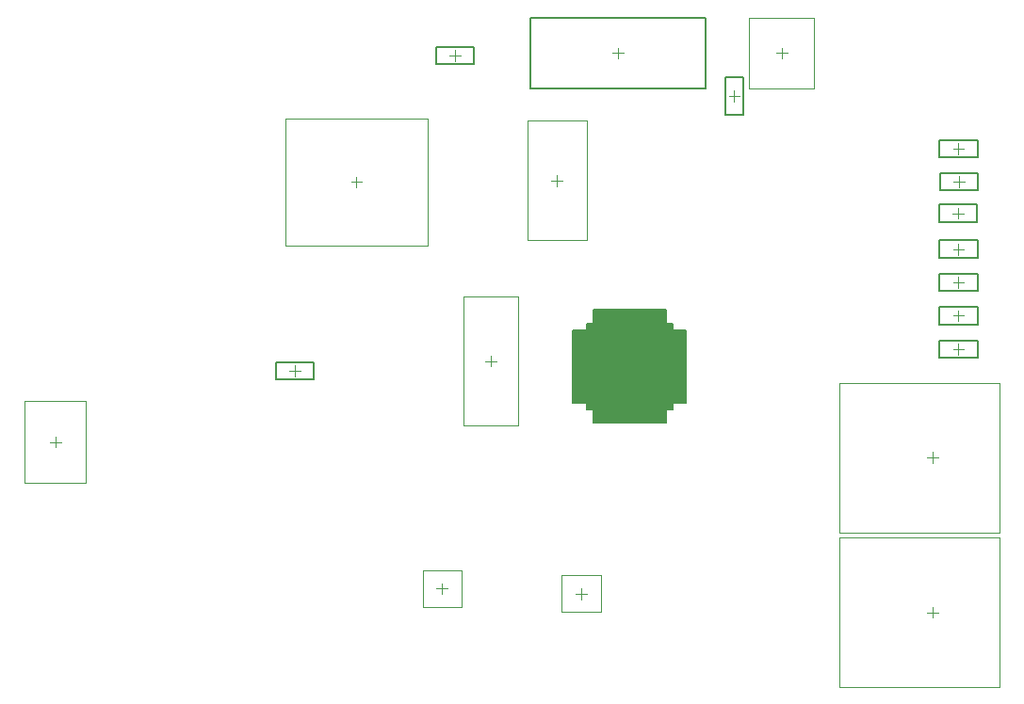
<source format=gbr>
%TF.GenerationSoftware,Altium Limited,Altium Designer,24.7.2 (38)*%
G04 Layer_Color=32768*
%FSLAX45Y45*%
%MOMM*%
%TF.SameCoordinates,313A2AA4-CFAA-4B56-AAC7-ADE98D6BBF51*%
%TF.FilePolarity,Positive*%
%TF.FileFunction,Other,Mechanical_15*%
%TF.Part,Single*%
G01*
G75*
%TA.AperFunction,NonConductor*%
%ADD61C,0.15240*%
%ADD62C,0.20000*%
%ADD98C,0.10000*%
%ADD99C,0.05000*%
G36*
X5346700Y3377690D02*
X5287690D01*
Y3436700D01*
X5162410D01*
Y4088300D01*
X5287690D01*
Y4147310D01*
X5346700D01*
Y4272590D01*
X5998300D01*
Y4147310D01*
X6057310D01*
Y4088300D01*
X6182590D01*
Y3436700D01*
X6057310D01*
Y3377690D01*
X5998300D01*
Y3252410D01*
X5346700D01*
Y3377690D01*
D02*
G37*
D61*
X5287690D02*
Y3436700D01*
X5162410D02*
X5287690D01*
X5162410D02*
Y4088300D01*
X5287690D01*
Y4147310D01*
X5346700D01*
Y4272590D01*
X5998300D01*
Y4147310D02*
Y4272590D01*
Y4147310D02*
X6057310D01*
Y4088300D02*
Y4147310D01*
Y4088300D02*
X6182590D01*
Y3436700D02*
Y4088300D01*
X6057310Y3436700D02*
X6182590D01*
X6057310Y3377690D02*
Y3436700D01*
X5998300Y3377690D02*
X6057310D01*
X5998300Y3252410D02*
Y3377690D01*
X5346700Y3252410D02*
X5998300D01*
X5346700D02*
Y3377690D01*
X5287690D02*
X5346700D01*
D62*
X4272500Y6482500D02*
Y6637500D01*
X3932500Y6482500D02*
X4272500D01*
X3932500D02*
Y6637500D01*
X4272500D01*
X6537516Y6365000D02*
X6692516D01*
Y6025000D02*
Y6365000D01*
X6537516Y6025000D02*
X6692516D01*
X6537516D02*
Y6365000D01*
X8460000Y5640000D02*
X8800000D01*
Y5795000D01*
X8460000D02*
X8800000D01*
X8460000Y5640000D02*
Y5795000D01*
X4778500Y6265000D02*
X6358500D01*
X4778500D02*
Y6895000D01*
X6358500D01*
Y6265000D02*
Y6895000D01*
X8457500Y5062500D02*
X8797500D01*
Y5217500D01*
X8457500D02*
X8797500D01*
X8457500Y5062500D02*
Y5217500D01*
X8467500Y5345000D02*
X8807500D01*
Y5500000D01*
X8467500D02*
X8807500D01*
X8467500Y5345000D02*
Y5500000D01*
X8460000Y4740000D02*
X8800000D01*
Y4895000D01*
X8460000D02*
X8800000D01*
X8460000Y4740000D02*
Y4895000D01*
Y4440000D02*
X8800000D01*
Y4595000D01*
X8460000D02*
X8800000D01*
X8460000Y4440000D02*
Y4595000D01*
Y4140000D02*
Y4295000D01*
X8800000D01*
Y4140000D02*
Y4295000D01*
X8460000Y4140000D02*
X8800000D01*
X8460000Y3840000D02*
Y3995000D01*
X8800000D01*
Y3840000D02*
Y3995000D01*
X8460000Y3840000D02*
X8800000D01*
X2492500Y3645000D02*
X2832500D01*
Y3800000D01*
X2492500D02*
X2832500D01*
X2492500Y3645000D02*
Y3800000D01*
D98*
X462500Y3082500D02*
X562500D01*
X512500Y3032500D02*
Y3132500D01*
X4102500Y6510000D02*
Y6610000D01*
X4052500Y6560000D02*
X4152500D01*
X6565016Y6195000D02*
X6665016D01*
X6615016Y6145000D02*
Y6245000D01*
X8580000Y5717500D02*
X8680000D01*
X8630000Y5667500D02*
Y5767500D01*
X4427500Y3760000D02*
Y3860000D01*
X4377500Y3810000D02*
X4477500D01*
X5518500Y6580000D02*
X5618500D01*
X5568500Y6530000D02*
Y6630000D01*
X8577500Y5140000D02*
X8677500D01*
X8627500Y5090000D02*
Y5190000D01*
X8587500Y5422500D02*
X8687500D01*
X8637500Y5372500D02*
Y5472500D01*
X8580000Y4817500D02*
X8680000D01*
X8630000Y4767500D02*
Y4867500D01*
X8580000Y4517500D02*
X8680000D01*
X8630000Y4467500D02*
Y4567500D01*
Y4167500D02*
Y4267500D01*
X8580000Y4217500D02*
X8680000D01*
X8630000Y3867500D02*
Y3967500D01*
X8580000Y3917500D02*
X8680000D01*
X3939984Y1762500D02*
X4039984D01*
X3989984Y1712500D02*
Y1812500D01*
X5190001Y1717500D02*
X5290000D01*
X5240000Y1667500D02*
Y1767500D01*
X2612500Y3722500D02*
X2712500D01*
X2662500Y3672500D02*
Y3772500D01*
X3220000Y5370000D02*
Y5469999D01*
X3170000Y5420000D02*
X3270000D01*
D99*
X237500Y2712500D02*
Y3452500D01*
X787500Y2712500D02*
Y3452500D01*
X237500D02*
X787500D01*
X237500Y2712500D02*
X787500D01*
X4185064Y3232502D02*
Y4387516D01*
Y3232502D02*
X4669936D01*
Y4387516D01*
X4185047D02*
X4669936D01*
X7040000Y6530000D02*
Y6630000D01*
X6990000Y6580000D02*
X7090000D01*
X7331000Y6262500D02*
Y6897500D01*
X6749000D02*
X7331000D01*
X6749000Y6262500D02*
Y6897500D01*
Y6262500D02*
X7331000D01*
X4757500Y4900000D02*
Y5970000D01*
X5287500D01*
Y4900000D02*
Y5970000D01*
X4757500Y4900000D02*
X5287500D01*
X4972500Y5435000D02*
X5072500D01*
X5022500Y5385000D02*
Y5485000D01*
X4164984Y1597500D02*
Y1927500D01*
X3814984Y1597500D02*
Y1927500D01*
X4164984D01*
X3814984Y1597500D02*
X4164984D01*
X5415000Y1552500D02*
Y1882500D01*
X5065001Y1552500D02*
Y1882500D01*
X5415000D01*
X5065001Y1552500D02*
X5415000D01*
X8350000Y2940000D02*
X8450000D01*
X8400000Y2890000D02*
Y2990000D01*
X7560000Y2268000D02*
Y3612000D01*
X9002500D01*
Y2268000D02*
Y3612000D01*
X7560000Y2268000D02*
X9002500D01*
X8350000Y1550000D02*
X8450000D01*
X8400000Y1500000D02*
Y1600000D01*
X7560000Y878000D02*
Y2222000D01*
X9002500D01*
Y878000D02*
Y2222000D01*
X7560000Y878000D02*
X9002500D01*
X2580000Y4844999D02*
X3860000D01*
X2580000Y5995000D02*
X3860000D01*
X2580000Y4844999D02*
Y5995000D01*
X3860000Y4844999D02*
Y5995000D01*
%TF.MD5,82c4e6609c9231aa7e762596d65ae7a7*%
M02*

</source>
